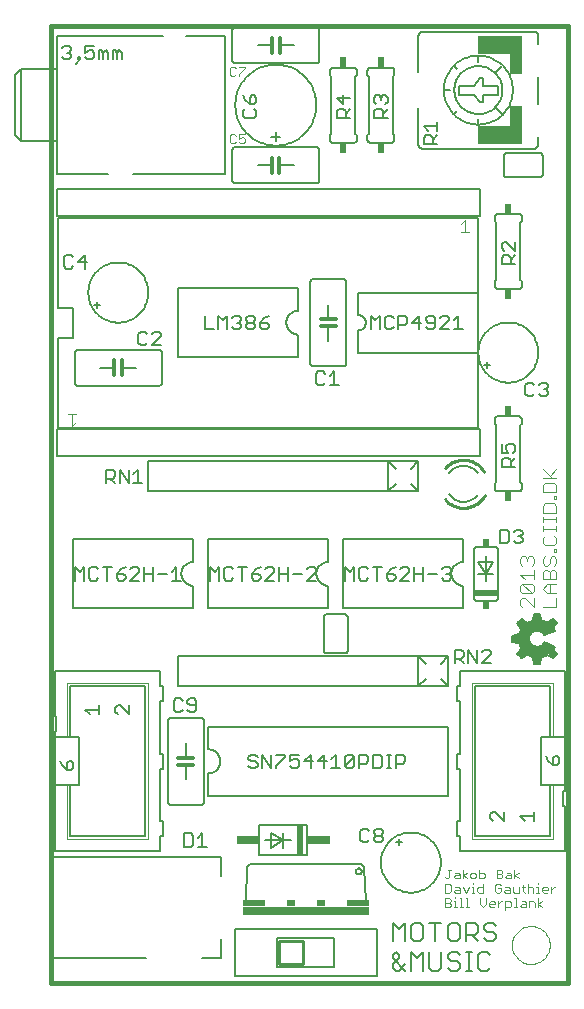
<source format=gto>
G75*
%MOIN*%
%OFA0B0*%
%FSLAX24Y24*%
%IPPOS*%
%LPD*%
%AMOC8*
5,1,8,0,0,1.08239X$1,22.5*
%
%ADD10C,0.0160*%
%ADD11C,0.0000*%
%ADD12C,0.0050*%
%ADD13C,0.0030*%
%ADD14C,0.0040*%
%ADD15C,0.0060*%
%ADD16R,0.0240X0.0340*%
%ADD17C,0.0120*%
%ADD18R,0.0400X0.1250*%
%ADD19R,0.1050X0.0600*%
%ADD20C,0.0080*%
%ADD21C,0.0100*%
%ADD22R,0.4200X0.0300*%
%ADD23R,0.0750X0.0200*%
%ADD24R,0.0300X0.0200*%
%ADD25C,0.0020*%
%ADD26R,0.0200X0.1000*%
%ADD27R,0.0750X0.0300*%
%ADD28R,0.0800X0.0200*%
%ADD29R,0.0200X0.0250*%
D10*
X001330Y000595D02*
X001330Y032466D01*
X018575Y032466D01*
X018575Y000595D01*
X001330Y000595D01*
D11*
X016700Y001845D02*
X016702Y001895D01*
X016708Y001945D01*
X016718Y001994D01*
X016732Y002042D01*
X016749Y002089D01*
X016770Y002134D01*
X016795Y002178D01*
X016823Y002219D01*
X016855Y002258D01*
X016889Y002295D01*
X016926Y002329D01*
X016966Y002359D01*
X017008Y002386D01*
X017052Y002410D01*
X017098Y002431D01*
X017145Y002447D01*
X017193Y002460D01*
X017243Y002469D01*
X017292Y002474D01*
X017343Y002475D01*
X017393Y002472D01*
X017442Y002465D01*
X017491Y002454D01*
X017539Y002439D01*
X017585Y002421D01*
X017630Y002399D01*
X017673Y002373D01*
X017714Y002344D01*
X017753Y002312D01*
X017789Y002277D01*
X017821Y002239D01*
X017851Y002199D01*
X017878Y002156D01*
X017901Y002112D01*
X017920Y002066D01*
X017936Y002018D01*
X017948Y001969D01*
X017956Y001920D01*
X017960Y001870D01*
X017960Y001820D01*
X017956Y001770D01*
X017948Y001721D01*
X017936Y001672D01*
X017920Y001624D01*
X017901Y001578D01*
X017878Y001534D01*
X017851Y001491D01*
X017821Y001451D01*
X017789Y001413D01*
X017753Y001378D01*
X017714Y001346D01*
X017673Y001317D01*
X017630Y001291D01*
X017585Y001269D01*
X017539Y001251D01*
X017491Y001236D01*
X017442Y001225D01*
X017393Y001218D01*
X017343Y001215D01*
X017292Y001216D01*
X017243Y001221D01*
X017193Y001230D01*
X017145Y001243D01*
X017098Y001259D01*
X017052Y001280D01*
X017008Y001304D01*
X016966Y001331D01*
X016926Y001361D01*
X016889Y001395D01*
X016855Y001432D01*
X016823Y001471D01*
X016795Y001512D01*
X016770Y001556D01*
X016749Y001601D01*
X016732Y001648D01*
X016718Y001696D01*
X016708Y001745D01*
X016702Y001795D01*
X016700Y001845D01*
D12*
X016176Y002087D02*
X016074Y001985D01*
X015870Y001985D01*
X015769Y002087D01*
X015568Y001985D02*
X015364Y002189D01*
X015466Y002189D02*
X015161Y002189D01*
X015161Y001985D02*
X015161Y002596D01*
X015466Y002596D01*
X015568Y002494D01*
X015568Y002290D01*
X015466Y002189D01*
X015769Y002392D02*
X015870Y002290D01*
X016074Y002290D01*
X016176Y002189D01*
X016176Y002087D01*
X016176Y002494D02*
X016074Y002596D01*
X015870Y002596D01*
X015769Y002494D01*
X015769Y002392D01*
X015668Y001606D02*
X015566Y001504D01*
X015566Y001097D01*
X015668Y000995D01*
X015871Y000995D01*
X015973Y001097D01*
X015973Y001504D02*
X015871Y001606D01*
X015668Y001606D01*
X015364Y001606D02*
X015161Y001606D01*
X015263Y001606D02*
X015263Y000995D01*
X015364Y000995D02*
X015161Y000995D01*
X014960Y001097D02*
X014858Y000995D01*
X014655Y000995D01*
X014553Y001097D01*
X014352Y001097D02*
X014251Y000995D01*
X014047Y000995D01*
X013945Y001097D01*
X013945Y001606D01*
X013745Y001606D02*
X013745Y000995D01*
X013338Y000995D02*
X013338Y001606D01*
X013541Y001402D01*
X013745Y001606D01*
X013643Y001985D02*
X013439Y001985D01*
X013338Y002087D01*
X013338Y002494D01*
X013439Y002596D01*
X013643Y002596D01*
X013745Y002494D01*
X013745Y002087D01*
X013643Y001985D01*
X014149Y001985D02*
X014149Y002596D01*
X014352Y002596D02*
X013945Y002596D01*
X014553Y002494D02*
X014553Y002087D01*
X014655Y001985D01*
X014858Y001985D01*
X014960Y002087D01*
X014960Y002494D01*
X014858Y002596D01*
X014655Y002596D01*
X014553Y002494D01*
X014655Y001606D02*
X014553Y001504D01*
X014553Y001402D01*
X014655Y001300D01*
X014858Y001300D01*
X014960Y001199D01*
X014960Y001097D01*
X014960Y001504D02*
X014858Y001606D01*
X014655Y001606D01*
X014352Y001606D02*
X014352Y001097D01*
X013137Y001199D02*
X012934Y000995D01*
X012832Y000995D01*
X012730Y001097D01*
X012730Y001199D01*
X012934Y001402D01*
X012934Y001504D01*
X012832Y001606D01*
X012730Y001504D01*
X012730Y001402D01*
X013137Y000995D01*
X013137Y001985D02*
X013137Y002596D01*
X012934Y002392D01*
X012730Y002596D01*
X012730Y001985D01*
X011830Y003295D02*
X011780Y004445D01*
X011680Y004545D01*
X007980Y004545D01*
X007880Y004445D01*
X007830Y003295D01*
X006530Y005120D02*
X006230Y005120D01*
X006380Y005120D02*
X006380Y005570D01*
X006230Y005420D01*
X006070Y005495D02*
X005995Y005570D01*
X005770Y005570D01*
X005770Y005120D01*
X005995Y005120D01*
X006070Y005195D01*
X006070Y005495D01*
X007994Y007745D02*
X007919Y007820D01*
X007994Y007745D02*
X008145Y007745D01*
X008220Y007820D01*
X008220Y007895D01*
X008145Y007970D01*
X007994Y007970D01*
X007919Y008045D01*
X007919Y008120D01*
X007994Y008195D01*
X008145Y008195D01*
X008220Y008120D01*
X008380Y008195D02*
X008680Y007745D01*
X008680Y008195D01*
X008840Y008195D02*
X009140Y008195D01*
X009140Y008120D01*
X008840Y007820D01*
X008840Y007745D01*
X009301Y007820D02*
X009376Y007745D01*
X009526Y007745D01*
X009601Y007820D01*
X009601Y007970D01*
X009526Y008045D01*
X009451Y008045D01*
X009301Y007970D01*
X009301Y008195D01*
X009601Y008195D01*
X009761Y007970D02*
X010061Y007970D01*
X010221Y007970D02*
X010522Y007970D01*
X010682Y008045D02*
X010832Y008195D01*
X010832Y007745D01*
X010682Y007745D02*
X010982Y007745D01*
X011142Y007820D02*
X011142Y008120D01*
X011217Y008195D01*
X011367Y008195D01*
X011442Y008120D01*
X011142Y007820D01*
X011217Y007745D01*
X011367Y007745D01*
X011442Y007820D01*
X011442Y008120D01*
X011603Y008195D02*
X011828Y008195D01*
X011903Y008120D01*
X011903Y007970D01*
X011828Y007895D01*
X011603Y007895D01*
X011603Y007745D02*
X011603Y008195D01*
X012063Y008195D02*
X012063Y007745D01*
X012288Y007745D01*
X012363Y007820D01*
X012363Y008120D01*
X012288Y008195D01*
X012063Y008195D01*
X012523Y008195D02*
X012673Y008195D01*
X012598Y008195D02*
X012598Y007745D01*
X012523Y007745D02*
X012673Y007745D01*
X012830Y007745D02*
X012830Y008195D01*
X013055Y008195D01*
X013130Y008120D01*
X013130Y007970D01*
X013055Y007895D01*
X012830Y007895D01*
X012330Y005720D02*
X012180Y005720D01*
X012105Y005645D01*
X012105Y005570D01*
X012180Y005495D01*
X012330Y005495D01*
X012405Y005420D01*
X012405Y005345D01*
X012330Y005270D01*
X012180Y005270D01*
X012105Y005345D01*
X012105Y005420D01*
X012180Y005495D01*
X012330Y005495D02*
X012405Y005570D01*
X012405Y005645D01*
X012330Y005720D01*
X011945Y005645D02*
X011870Y005720D01*
X011720Y005720D01*
X011645Y005645D01*
X011645Y005345D01*
X011720Y005270D01*
X011870Y005270D01*
X011945Y005345D01*
X011500Y004305D02*
X011502Y004325D01*
X011508Y004343D01*
X011517Y004361D01*
X011529Y004376D01*
X011544Y004388D01*
X011562Y004397D01*
X011580Y004403D01*
X011600Y004405D01*
X011620Y004403D01*
X011638Y004397D01*
X011656Y004388D01*
X011671Y004376D01*
X011683Y004361D01*
X011692Y004343D01*
X011698Y004325D01*
X011700Y004305D01*
X011698Y004285D01*
X011692Y004267D01*
X011683Y004249D01*
X011671Y004234D01*
X011656Y004222D01*
X011638Y004213D01*
X011620Y004207D01*
X011600Y004205D01*
X011580Y004207D01*
X011562Y004213D01*
X011544Y004222D01*
X011529Y004234D01*
X011517Y004249D01*
X011508Y004267D01*
X011502Y004285D01*
X011500Y004305D01*
X010447Y007745D02*
X010447Y008195D01*
X010221Y007970D01*
X009986Y007745D02*
X009986Y008195D01*
X009761Y007970D01*
X008380Y007745D02*
X008380Y008195D01*
X006180Y009695D02*
X006105Y009620D01*
X005955Y009620D01*
X005880Y009695D01*
X005720Y009695D02*
X005645Y009620D01*
X005495Y009620D01*
X005420Y009695D01*
X005420Y009995D01*
X005495Y010070D01*
X005645Y010070D01*
X005720Y009995D01*
X005880Y009995D02*
X005880Y009920D01*
X005955Y009845D01*
X006180Y009845D01*
X006180Y009695D02*
X006180Y009995D01*
X006105Y010070D01*
X005955Y010070D01*
X005880Y009995D01*
X003930Y009835D02*
X003930Y009535D01*
X003630Y009835D01*
X003555Y009835D01*
X003480Y009760D01*
X003480Y009610D01*
X003555Y009535D01*
X002930Y009535D02*
X002930Y009835D01*
X002930Y009685D02*
X002480Y009685D01*
X002630Y009535D01*
X002005Y007985D02*
X001930Y007985D01*
X001855Y007910D01*
X001855Y007685D01*
X002005Y007685D01*
X002080Y007760D01*
X002080Y007910D01*
X002005Y007985D01*
X001705Y007835D02*
X001855Y007685D01*
X001705Y007835D02*
X001630Y007985D01*
X002138Y013995D02*
X002138Y014445D01*
X002289Y014295D01*
X002439Y014445D01*
X002439Y013995D01*
X002599Y014070D02*
X002599Y014370D01*
X002674Y014445D01*
X002824Y014445D01*
X002899Y014370D01*
X003059Y014445D02*
X003359Y014445D01*
X003209Y014445D02*
X003209Y013995D01*
X002899Y014070D02*
X002824Y013995D01*
X002674Y013995D01*
X002599Y014070D01*
X003520Y014070D02*
X003595Y013995D01*
X003745Y013995D01*
X003820Y014070D01*
X003820Y014145D01*
X003745Y014220D01*
X003520Y014220D01*
X003520Y014070D01*
X003520Y014220D02*
X003670Y014370D01*
X003820Y014445D01*
X003980Y014370D02*
X004055Y014445D01*
X004205Y014445D01*
X004280Y014370D01*
X004280Y014295D01*
X003980Y013995D01*
X004280Y013995D01*
X004440Y013995D02*
X004440Y014445D01*
X004440Y014220D02*
X004741Y014220D01*
X004901Y014220D02*
X005201Y014220D01*
X005361Y014295D02*
X005511Y014445D01*
X005511Y013995D01*
X005361Y013995D02*
X005661Y013995D01*
X006638Y013995D02*
X006638Y014445D01*
X006789Y014295D01*
X006939Y014445D01*
X006939Y013995D01*
X007099Y014070D02*
X007174Y013995D01*
X007324Y013995D01*
X007399Y014070D01*
X007399Y014370D02*
X007324Y014445D01*
X007174Y014445D01*
X007099Y014370D01*
X007099Y014070D01*
X007559Y014445D02*
X007859Y014445D01*
X007709Y014445D02*
X007709Y013995D01*
X008020Y014070D02*
X008095Y013995D01*
X008245Y013995D01*
X008320Y014070D01*
X008320Y014145D01*
X008245Y014220D01*
X008020Y014220D01*
X008020Y014070D01*
X008020Y014220D02*
X008170Y014370D01*
X008320Y014445D01*
X008480Y014370D02*
X008555Y014445D01*
X008705Y014445D01*
X008780Y014370D01*
X008780Y014295D01*
X008480Y013995D01*
X008780Y013995D01*
X008940Y013995D02*
X008940Y014445D01*
X008940Y014220D02*
X009241Y014220D01*
X009401Y014220D02*
X009701Y014220D01*
X009861Y014370D02*
X009936Y014445D01*
X010086Y014445D01*
X010161Y014370D01*
X010161Y014295D01*
X009861Y013995D01*
X010161Y013995D01*
X011138Y013995D02*
X011138Y014445D01*
X011289Y014295D01*
X011439Y014445D01*
X011439Y013995D01*
X011599Y014070D02*
X011674Y013995D01*
X011824Y013995D01*
X011899Y014070D01*
X011899Y014370D02*
X011824Y014445D01*
X011674Y014445D01*
X011599Y014370D01*
X011599Y014070D01*
X012059Y014445D02*
X012359Y014445D01*
X012209Y014445D02*
X012209Y013995D01*
X012520Y014070D02*
X012595Y013995D01*
X012745Y013995D01*
X012820Y014070D01*
X012820Y014145D01*
X012745Y014220D01*
X012520Y014220D01*
X012520Y014070D01*
X012520Y014220D02*
X012670Y014370D01*
X012820Y014445D01*
X012980Y014370D02*
X013055Y014445D01*
X013205Y014445D01*
X013280Y014370D01*
X013280Y014295D01*
X012980Y013995D01*
X013280Y013995D01*
X013440Y013995D02*
X013440Y014445D01*
X013440Y014220D02*
X013741Y014220D01*
X013901Y014220D02*
X014201Y014220D01*
X014361Y014070D02*
X014436Y013995D01*
X014586Y013995D01*
X014661Y014070D01*
X014661Y014145D01*
X014586Y014220D01*
X014511Y014220D01*
X014586Y014220D02*
X014661Y014295D01*
X014661Y014370D01*
X014586Y014445D01*
X014436Y014445D01*
X014361Y014370D01*
X013741Y014445D02*
X013741Y013995D01*
X014789Y011695D02*
X015015Y011695D01*
X015090Y011620D01*
X015090Y011470D01*
X015015Y011395D01*
X014789Y011395D01*
X014789Y011245D02*
X014789Y011695D01*
X014940Y011395D02*
X015090Y011245D01*
X015250Y011245D02*
X015250Y011695D01*
X015550Y011245D01*
X015550Y011695D01*
X015710Y011620D02*
X015785Y011695D01*
X015935Y011695D01*
X016010Y011620D01*
X016010Y011545D01*
X015710Y011245D01*
X016010Y011245D01*
X017830Y008145D02*
X017905Y007995D01*
X018055Y007845D01*
X018055Y008070D01*
X018130Y008145D01*
X018205Y008145D01*
X018280Y008070D01*
X018280Y007920D01*
X018205Y007845D01*
X018055Y007845D01*
X017430Y006295D02*
X017430Y005995D01*
X017430Y006145D02*
X016980Y006145D01*
X017130Y005995D01*
X016430Y005995D02*
X016130Y006295D01*
X016055Y006295D01*
X015980Y006220D01*
X015980Y006070D01*
X016055Y005995D01*
X016430Y005995D02*
X016430Y006295D01*
X016520Y015245D02*
X016295Y015245D01*
X016295Y015695D01*
X016520Y015695D01*
X016595Y015620D01*
X016595Y015320D01*
X016520Y015245D01*
X016755Y015320D02*
X016830Y015245D01*
X016980Y015245D01*
X017055Y015320D01*
X017055Y015395D01*
X016980Y015470D01*
X016905Y015470D01*
X016980Y015470D02*
X017055Y015545D01*
X017055Y015620D01*
X016980Y015695D01*
X016830Y015695D01*
X016755Y015620D01*
X016805Y017785D02*
X016355Y017785D01*
X016355Y018010D01*
X016430Y018085D01*
X016580Y018085D01*
X016655Y018010D01*
X016655Y017785D01*
X016655Y017935D02*
X016805Y018085D01*
X016730Y018245D02*
X016805Y018320D01*
X016805Y018470D01*
X016730Y018545D01*
X016580Y018545D01*
X016505Y018470D01*
X016505Y018395D01*
X016580Y018245D01*
X016355Y018245D01*
X016355Y018545D01*
X017220Y020145D02*
X017370Y020145D01*
X017445Y020220D01*
X017605Y020220D02*
X017680Y020145D01*
X017830Y020145D01*
X017905Y020220D01*
X017905Y020295D01*
X017830Y020370D01*
X017755Y020370D01*
X017830Y020370D02*
X017905Y020445D01*
X017905Y020520D01*
X017830Y020595D01*
X017680Y020595D01*
X017605Y020520D01*
X017445Y020520D02*
X017370Y020595D01*
X017220Y020595D01*
X017145Y020520D01*
X017145Y020220D01*
X017220Y020145D01*
X015056Y022370D02*
X014756Y022370D01*
X014906Y022370D02*
X014906Y022820D01*
X014756Y022670D01*
X014596Y022670D02*
X014596Y022745D01*
X014521Y022820D01*
X014371Y022820D01*
X014296Y022745D01*
X014135Y022745D02*
X014135Y022445D01*
X014060Y022370D01*
X013910Y022370D01*
X013835Y022445D01*
X013910Y022595D02*
X014135Y022595D01*
X014135Y022745D02*
X014060Y022820D01*
X013910Y022820D01*
X013835Y022745D01*
X013835Y022670D01*
X013910Y022595D01*
X013675Y022595D02*
X013375Y022595D01*
X013600Y022820D01*
X013600Y022370D01*
X013215Y022595D02*
X013140Y022520D01*
X012914Y022520D01*
X012914Y022370D02*
X012914Y022820D01*
X013140Y022820D01*
X013215Y022745D01*
X013215Y022595D01*
X012754Y022445D02*
X012679Y022370D01*
X012529Y022370D01*
X012454Y022445D01*
X012454Y022745D01*
X012529Y022820D01*
X012679Y022820D01*
X012754Y022745D01*
X012294Y022820D02*
X012294Y022370D01*
X012144Y022670D02*
X012294Y022820D01*
X012144Y022670D02*
X011994Y022820D01*
X011994Y022370D01*
X010780Y020970D02*
X010780Y020520D01*
X010630Y020520D02*
X010930Y020520D01*
X010630Y020820D02*
X010780Y020970D01*
X010470Y020895D02*
X010395Y020970D01*
X010245Y020970D01*
X010170Y020895D01*
X010170Y020595D01*
X010245Y020520D01*
X010395Y020520D01*
X010470Y020595D01*
X008596Y022445D02*
X008596Y022520D01*
X008521Y022595D01*
X008296Y022595D01*
X008296Y022445D01*
X008371Y022370D01*
X008521Y022370D01*
X008596Y022445D01*
X008446Y022745D02*
X008296Y022595D01*
X008135Y022520D02*
X008135Y022445D01*
X008060Y022370D01*
X007910Y022370D01*
X007835Y022445D01*
X007835Y022520D01*
X007910Y022595D01*
X008060Y022595D01*
X008135Y022520D01*
X008060Y022595D02*
X008135Y022670D01*
X008135Y022745D01*
X008060Y022820D01*
X007910Y022820D01*
X007835Y022745D01*
X007835Y022670D01*
X007910Y022595D01*
X007675Y022520D02*
X007675Y022445D01*
X007600Y022370D01*
X007450Y022370D01*
X007375Y022445D01*
X007215Y022370D02*
X007215Y022820D01*
X007065Y022670D01*
X006914Y022820D01*
X006914Y022370D01*
X006754Y022370D02*
X006454Y022370D01*
X006454Y022820D01*
X007375Y022745D02*
X007450Y022820D01*
X007600Y022820D01*
X007675Y022745D01*
X007675Y022670D01*
X007600Y022595D01*
X007675Y022520D01*
X007600Y022595D02*
X007525Y022595D01*
X008446Y022745D02*
X008596Y022820D01*
X005005Y022220D02*
X004930Y022295D01*
X004780Y022295D01*
X004705Y022220D01*
X004545Y022220D02*
X004470Y022295D01*
X004320Y022295D01*
X004245Y022220D01*
X004245Y021920D01*
X004320Y021845D01*
X004470Y021845D01*
X004545Y021920D01*
X004705Y021845D02*
X005005Y022145D01*
X005005Y022220D01*
X005005Y021845D02*
X004705Y021845D01*
X002455Y024395D02*
X002455Y024845D01*
X002230Y024620D01*
X002530Y024620D01*
X002070Y024470D02*
X001995Y024395D01*
X001845Y024395D01*
X001770Y024470D01*
X001770Y024770D01*
X001845Y024845D01*
X001995Y024845D01*
X002070Y024770D01*
X002165Y031220D02*
X002316Y031370D01*
X002240Y031370D01*
X002240Y031445D01*
X002316Y031445D01*
X002316Y031370D01*
X002472Y031445D02*
X002547Y031370D01*
X002698Y031370D01*
X002773Y031445D01*
X002773Y031595D01*
X002698Y031670D01*
X002622Y031670D01*
X002472Y031595D01*
X002472Y031820D01*
X002773Y031820D01*
X002933Y031670D02*
X002933Y031370D01*
X003083Y031370D02*
X003083Y031595D01*
X003158Y031670D01*
X003233Y031595D01*
X003233Y031370D01*
X003393Y031370D02*
X003393Y031670D01*
X003468Y031670D01*
X003543Y031595D01*
X003618Y031670D01*
X003693Y031595D01*
X003693Y031370D01*
X003543Y031370D02*
X003543Y031595D01*
X003083Y031595D02*
X003008Y031670D01*
X002933Y031670D01*
X002005Y031670D02*
X001930Y031595D01*
X002005Y031520D01*
X002005Y031445D01*
X001930Y031370D01*
X001780Y031370D01*
X001705Y031445D01*
X001855Y031595D02*
X001930Y031595D01*
X002005Y031670D02*
X002005Y031745D01*
X001930Y031820D01*
X001780Y031820D01*
X001705Y031745D01*
X007730Y030170D02*
X007805Y030020D01*
X007955Y029870D01*
X007955Y030095D01*
X008030Y030170D01*
X008105Y030170D01*
X008180Y030095D01*
X008180Y029945D01*
X008105Y029870D01*
X007955Y029870D01*
X008105Y029710D02*
X008180Y029635D01*
X008180Y029485D01*
X008105Y029410D01*
X007805Y029410D01*
X007730Y029485D01*
X007730Y029635D01*
X007805Y029710D01*
X010855Y029635D02*
X010855Y029410D01*
X011305Y029410D01*
X011155Y029410D02*
X011155Y029635D01*
X011080Y029710D01*
X010930Y029710D01*
X010855Y029635D01*
X011155Y029560D02*
X011305Y029710D01*
X011080Y029870D02*
X011080Y030170D01*
X011305Y030095D02*
X010855Y030095D01*
X011080Y029870D01*
X012105Y029945D02*
X012180Y029870D01*
X012105Y029945D02*
X012105Y030095D01*
X012180Y030170D01*
X012255Y030170D01*
X012330Y030095D01*
X012405Y030170D01*
X012480Y030170D01*
X012555Y030095D01*
X012555Y029945D01*
X012480Y029870D01*
X012555Y029710D02*
X012405Y029560D01*
X012405Y029635D02*
X012405Y029410D01*
X012555Y029410D02*
X012105Y029410D01*
X012105Y029635D01*
X012180Y029710D01*
X012330Y029710D01*
X012405Y029635D01*
X012330Y030020D02*
X012330Y030095D01*
X013755Y029145D02*
X014205Y029145D01*
X014205Y028995D02*
X014205Y029295D01*
X013905Y028995D02*
X013755Y029145D01*
X013830Y028835D02*
X013755Y028760D01*
X013755Y028535D01*
X014205Y028535D01*
X014055Y028535D02*
X014055Y028760D01*
X013980Y028835D01*
X013830Y028835D01*
X014055Y028685D02*
X014205Y028835D01*
X016430Y025295D02*
X016355Y025220D01*
X016355Y025070D01*
X016430Y024995D01*
X016430Y024835D02*
X016355Y024760D01*
X016355Y024535D01*
X016805Y024535D01*
X016655Y024535D02*
X016655Y024760D01*
X016580Y024835D01*
X016430Y024835D01*
X016655Y024685D02*
X016805Y024835D01*
X016805Y024995D02*
X016505Y025295D01*
X016430Y025295D01*
X016805Y025295D02*
X016805Y024995D01*
X014596Y022670D02*
X014296Y022370D01*
X014596Y022370D01*
X009241Y014445D02*
X009241Y013995D01*
X004741Y013995D02*
X004741Y014445D01*
X004385Y017245D02*
X004085Y017245D01*
X004235Y017245D02*
X004235Y017695D01*
X004085Y017545D01*
X003925Y017695D02*
X003925Y017245D01*
X003625Y017695D01*
X003625Y017245D01*
X003465Y017245D02*
X003315Y017395D01*
X003390Y017395D02*
X003164Y017395D01*
X003164Y017245D02*
X003164Y017695D01*
X003390Y017695D01*
X003465Y017620D01*
X003465Y017470D01*
X003390Y017395D01*
D13*
X002032Y019160D02*
X002032Y019563D01*
X001898Y019563D02*
X002167Y019563D01*
X002167Y019295D02*
X002032Y019160D01*
X007349Y028575D02*
X007300Y028623D01*
X007300Y028817D01*
X007349Y028865D01*
X007445Y028865D01*
X007494Y028817D01*
X007595Y028865D02*
X007595Y028720D01*
X007692Y028768D01*
X007740Y028768D01*
X007788Y028720D01*
X007788Y028623D01*
X007740Y028575D01*
X007643Y028575D01*
X007595Y028623D01*
X007494Y028623D02*
X007445Y028575D01*
X007349Y028575D01*
X007595Y028865D02*
X007788Y028865D01*
X007595Y030825D02*
X007595Y030873D01*
X007788Y031067D01*
X007788Y031115D01*
X007595Y031115D01*
X007494Y031067D02*
X007445Y031115D01*
X007349Y031115D01*
X007300Y031067D01*
X007300Y030873D01*
X007349Y030825D01*
X007445Y030825D01*
X007494Y030873D01*
X014993Y025895D02*
X015128Y026030D01*
X015128Y025627D01*
X015262Y025627D02*
X014993Y025627D01*
X015059Y004360D02*
X015059Y004070D01*
X015059Y004167D02*
X015204Y004263D01*
X015305Y004215D02*
X015305Y004118D01*
X015353Y004070D01*
X015450Y004070D01*
X015498Y004118D01*
X015498Y004215D01*
X015450Y004263D01*
X015353Y004263D01*
X015305Y004215D01*
X015204Y004070D02*
X015059Y004167D01*
X014958Y004167D02*
X014813Y004167D01*
X014765Y004118D01*
X014813Y004070D01*
X014958Y004070D01*
X014958Y004215D01*
X014910Y004263D01*
X014813Y004263D01*
X014663Y004360D02*
X014567Y004360D01*
X014615Y004360D02*
X014615Y004118D01*
X014567Y004070D01*
X014518Y004070D01*
X014470Y004118D01*
X014470Y003880D02*
X014615Y003880D01*
X014663Y003832D01*
X014663Y003638D01*
X014615Y003590D01*
X014470Y003590D01*
X014470Y003880D01*
X014813Y003783D02*
X014910Y003783D01*
X014958Y003735D01*
X014958Y003590D01*
X014813Y003590D01*
X014765Y003638D01*
X014813Y003687D01*
X014958Y003687D01*
X015059Y003783D02*
X015156Y003590D01*
X015253Y003783D01*
X015354Y003783D02*
X015402Y003783D01*
X015402Y003590D01*
X015354Y003590D02*
X015451Y003590D01*
X015550Y003638D02*
X015550Y003735D01*
X015599Y003783D01*
X015744Y003783D01*
X015744Y003880D02*
X015744Y003590D01*
X015599Y003590D01*
X015550Y003638D01*
X015649Y003400D02*
X015649Y003207D01*
X015745Y003110D01*
X015842Y003207D01*
X015842Y003400D01*
X015943Y003255D02*
X015992Y003303D01*
X016088Y003303D01*
X016137Y003255D01*
X016137Y003207D01*
X015943Y003207D01*
X015943Y003255D02*
X015943Y003158D01*
X015992Y003110D01*
X016088Y003110D01*
X016238Y003110D02*
X016238Y003303D01*
X016238Y003207D02*
X016335Y003303D01*
X016383Y003303D01*
X016483Y003303D02*
X016629Y003303D01*
X016677Y003255D01*
X016677Y003158D01*
X016629Y003110D01*
X016483Y003110D01*
X016483Y003013D02*
X016483Y003303D01*
X016483Y003590D02*
X016434Y003638D01*
X016483Y003687D01*
X016628Y003687D01*
X016628Y003735D02*
X016628Y003590D01*
X016483Y003590D01*
X016333Y003638D02*
X016333Y003735D01*
X016236Y003735D01*
X016140Y003638D02*
X016188Y003590D01*
X016285Y003590D01*
X016333Y003638D01*
X016140Y003638D02*
X016140Y003832D01*
X016188Y003880D01*
X016285Y003880D01*
X016333Y003832D01*
X016483Y003783D02*
X016579Y003783D01*
X016628Y003735D01*
X016729Y003783D02*
X016729Y003638D01*
X016777Y003590D01*
X016922Y003590D01*
X016922Y003783D01*
X017024Y003783D02*
X017120Y003783D01*
X017072Y003832D02*
X017072Y003638D01*
X017120Y003590D01*
X017220Y003590D02*
X017220Y003880D01*
X017268Y003783D02*
X017220Y003735D01*
X017268Y003783D02*
X017365Y003783D01*
X017414Y003735D01*
X017414Y003590D01*
X017515Y003590D02*
X017611Y003590D01*
X017563Y003590D02*
X017563Y003783D01*
X017515Y003783D01*
X017563Y003880D02*
X017563Y003929D01*
X017711Y003735D02*
X017711Y003638D01*
X017760Y003590D01*
X017856Y003590D01*
X017905Y003687D02*
X017711Y003687D01*
X017711Y003735D02*
X017760Y003783D01*
X017856Y003783D01*
X017905Y003735D01*
X017905Y003687D01*
X018006Y003687D02*
X018103Y003783D01*
X018151Y003783D01*
X018006Y003783D02*
X018006Y003590D01*
X017709Y003303D02*
X017564Y003207D01*
X017709Y003110D01*
X017564Y003110D02*
X017564Y003400D01*
X017463Y003255D02*
X017414Y003303D01*
X017269Y003303D01*
X017269Y003110D01*
X017168Y003110D02*
X017023Y003110D01*
X016975Y003158D01*
X017023Y003207D01*
X017168Y003207D01*
X017168Y003255D02*
X017168Y003110D01*
X017168Y003255D02*
X017120Y003303D01*
X017023Y003303D01*
X016826Y003400D02*
X016826Y003110D01*
X016778Y003110D02*
X016875Y003110D01*
X016826Y003400D02*
X016778Y003400D01*
X016778Y004070D02*
X016778Y004360D01*
X016923Y004263D02*
X016778Y004167D01*
X016923Y004070D01*
X016677Y004070D02*
X016532Y004070D01*
X016483Y004118D01*
X016532Y004167D01*
X016677Y004167D01*
X016677Y004215D02*
X016677Y004070D01*
X016677Y004215D02*
X016629Y004263D01*
X016532Y004263D01*
X016382Y004263D02*
X016334Y004215D01*
X016189Y004215D01*
X016334Y004215D02*
X016382Y004167D01*
X016382Y004118D01*
X016334Y004070D01*
X016189Y004070D01*
X016189Y004360D01*
X016334Y004360D01*
X016382Y004312D01*
X016382Y004263D01*
X015793Y004215D02*
X015745Y004263D01*
X015599Y004263D01*
X015599Y004360D02*
X015599Y004070D01*
X015745Y004070D01*
X015793Y004118D01*
X015793Y004215D01*
X015402Y003929D02*
X015402Y003880D01*
X015206Y003400D02*
X015206Y003110D01*
X015158Y003110D02*
X015254Y003110D01*
X015058Y003110D02*
X014961Y003110D01*
X015009Y003110D02*
X015009Y003400D01*
X014961Y003400D01*
X014813Y003400D02*
X014813Y003449D01*
X014813Y003303D02*
X014813Y003110D01*
X014765Y003110D02*
X014861Y003110D01*
X014813Y003303D02*
X014765Y003303D01*
X014663Y003303D02*
X014615Y003255D01*
X014470Y003255D01*
X014470Y003110D02*
X014615Y003110D01*
X014663Y003158D01*
X014663Y003207D01*
X014615Y003255D01*
X014663Y003303D02*
X014663Y003352D01*
X014615Y003400D01*
X014470Y003400D01*
X014470Y003110D01*
X015158Y003400D02*
X015206Y003400D01*
X017463Y003255D02*
X017463Y003110D01*
D14*
X017435Y013115D02*
X017128Y013422D01*
X017051Y013422D01*
X016975Y013345D01*
X016975Y013192D01*
X017051Y013115D01*
X017435Y013115D02*
X017435Y013422D01*
X017358Y013575D02*
X017051Y013882D01*
X017358Y013882D01*
X017435Y013806D01*
X017435Y013652D01*
X017358Y013575D01*
X017051Y013575D01*
X016975Y013652D01*
X016975Y013806D01*
X017051Y013882D01*
X017128Y014036D02*
X016975Y014189D01*
X017435Y014189D01*
X017435Y014036D02*
X017435Y014343D01*
X017358Y014496D02*
X017435Y014573D01*
X017435Y014726D01*
X017358Y014803D01*
X017282Y014803D01*
X017205Y014726D01*
X017205Y014650D01*
X017205Y014726D02*
X017128Y014803D01*
X017051Y014803D01*
X016975Y014726D01*
X016975Y014573D01*
X017051Y014496D01*
X017725Y014573D02*
X017801Y014496D01*
X017878Y014496D01*
X017955Y014573D01*
X017955Y014726D01*
X018032Y014803D01*
X018108Y014803D01*
X018185Y014726D01*
X018185Y014573D01*
X018108Y014496D01*
X018108Y014343D02*
X018185Y014266D01*
X018185Y014036D01*
X017725Y014036D01*
X017725Y014266D01*
X017801Y014343D01*
X017878Y014343D01*
X017955Y014266D01*
X017955Y014036D01*
X017955Y013882D02*
X017955Y013575D01*
X017878Y013575D02*
X017725Y013729D01*
X017878Y013882D01*
X018185Y013882D01*
X018185Y013575D02*
X017878Y013575D01*
X017725Y013115D02*
X018185Y013115D01*
X018185Y013422D01*
X017955Y014266D02*
X018032Y014343D01*
X018108Y014343D01*
X017725Y014573D02*
X017725Y014726D01*
X017801Y014803D01*
X017801Y015187D02*
X018108Y015187D01*
X018185Y015263D01*
X018185Y015417D01*
X018108Y015494D01*
X018185Y015647D02*
X018185Y015801D01*
X018185Y015724D02*
X017725Y015724D01*
X017725Y015647D02*
X017725Y015801D01*
X017725Y015954D02*
X017725Y016108D01*
X017725Y016031D02*
X018185Y016031D01*
X018185Y015954D02*
X018185Y016108D01*
X018185Y016261D02*
X018185Y016491D01*
X018108Y016568D01*
X017801Y016568D01*
X017725Y016491D01*
X017725Y016261D01*
X018185Y016261D01*
X018185Y016721D02*
X018185Y016798D01*
X018108Y016798D01*
X018108Y016721D01*
X018185Y016721D01*
X018185Y016952D02*
X018185Y017182D01*
X018108Y017259D01*
X017801Y017259D01*
X017725Y017182D01*
X017725Y016952D01*
X018185Y016952D01*
X018185Y017412D02*
X017725Y017412D01*
X017955Y017489D02*
X018185Y017719D01*
X018032Y017412D02*
X017725Y017719D01*
X017801Y015494D02*
X017725Y015417D01*
X017725Y015263D01*
X017801Y015187D01*
X018108Y015033D02*
X018185Y015033D01*
X018185Y014957D01*
X018108Y014957D01*
X018108Y015033D01*
D15*
X016930Y016970D02*
X016230Y016970D01*
X016213Y016972D01*
X016196Y016976D01*
X016180Y016983D01*
X016166Y016993D01*
X016153Y017006D01*
X016143Y017020D01*
X016136Y017036D01*
X016132Y017053D01*
X016130Y017070D01*
X016130Y017220D01*
X016180Y017270D01*
X016180Y019170D01*
X016130Y019220D01*
X016130Y019370D01*
X016132Y019387D01*
X016136Y019404D01*
X016143Y019420D01*
X016153Y019434D01*
X016166Y019447D01*
X016180Y019457D01*
X016196Y019464D01*
X016213Y019468D01*
X016230Y019470D01*
X016930Y019470D01*
X016947Y019468D01*
X016964Y019464D01*
X016980Y019457D01*
X016994Y019447D01*
X017007Y019434D01*
X017017Y019420D01*
X017024Y019404D01*
X017028Y019387D01*
X017030Y019370D01*
X017030Y019220D01*
X016980Y019170D01*
X016980Y017270D01*
X017030Y017220D01*
X017030Y017070D01*
X017028Y017053D01*
X017024Y017036D01*
X017017Y017020D01*
X017007Y017006D01*
X016994Y016993D01*
X016980Y016983D01*
X016964Y016976D01*
X016947Y016972D01*
X016930Y016970D01*
X016130Y015120D02*
X015530Y015120D01*
X015513Y015118D01*
X015496Y015114D01*
X015480Y015107D01*
X015466Y015097D01*
X015453Y015084D01*
X015443Y015070D01*
X015436Y015054D01*
X015432Y015037D01*
X015430Y015020D01*
X015430Y013420D01*
X015432Y013403D01*
X015436Y013386D01*
X015443Y013370D01*
X015453Y013356D01*
X015466Y013343D01*
X015480Y013333D01*
X015496Y013326D01*
X015513Y013322D01*
X015530Y013320D01*
X016130Y013320D01*
X016147Y013322D01*
X016164Y013326D01*
X016180Y013333D01*
X016194Y013343D01*
X016207Y013356D01*
X016217Y013370D01*
X016224Y013386D01*
X016228Y013403D01*
X016230Y013420D01*
X016230Y015020D01*
X016228Y015037D01*
X016224Y015054D01*
X016217Y015070D01*
X016207Y015084D01*
X016194Y015097D01*
X016180Y015107D01*
X016164Y015114D01*
X016147Y015118D01*
X016130Y015120D01*
X015830Y014820D02*
X015830Y014220D01*
X016080Y014220D01*
X015830Y014220D02*
X015580Y014220D01*
X015830Y014220D02*
X015580Y014620D01*
X016080Y014620D01*
X015830Y014220D01*
X015830Y013970D01*
X015080Y013820D02*
X015080Y013070D01*
X011080Y013070D01*
X011080Y015370D01*
X015080Y015370D01*
X015080Y014620D01*
X015041Y014618D01*
X015002Y014612D01*
X014964Y014603D01*
X014927Y014590D01*
X014891Y014573D01*
X014858Y014553D01*
X014826Y014529D01*
X014797Y014503D01*
X014771Y014474D01*
X014747Y014442D01*
X014727Y014409D01*
X014710Y014373D01*
X014697Y014336D01*
X014688Y014298D01*
X014682Y014259D01*
X014680Y014220D01*
X014682Y014181D01*
X014688Y014142D01*
X014697Y014104D01*
X014710Y014067D01*
X014727Y014031D01*
X014747Y013998D01*
X014771Y013966D01*
X014797Y013937D01*
X014826Y013911D01*
X014858Y013887D01*
X014891Y013867D01*
X014927Y013850D01*
X014964Y013837D01*
X015002Y013828D01*
X015041Y013822D01*
X015080Y013820D01*
X014580Y011470D02*
X013580Y011470D01*
X005580Y011470D01*
X005580Y010470D01*
X013580Y010470D01*
X014580Y010470D01*
X014330Y010720D01*
X014580Y010470D02*
X014580Y011470D01*
X014330Y011220D01*
X013830Y011220D02*
X013580Y011470D01*
X013580Y010470D01*
X013830Y010720D01*
X014855Y010470D02*
X014855Y009970D01*
X014955Y009970D01*
X014955Y008220D01*
X014855Y008220D01*
X014855Y007720D01*
X014955Y007720D01*
X014955Y005970D01*
X014855Y005970D01*
X014855Y005470D01*
X014955Y005470D01*
X014955Y004970D01*
X018455Y004970D01*
X018455Y006470D01*
X018405Y006470D01*
X018405Y006970D01*
X018455Y006970D01*
X018455Y007170D01*
X018055Y007170D01*
X017955Y007170D01*
X017955Y005470D01*
X015455Y005470D01*
X015455Y010470D01*
X017955Y010470D01*
X017955Y008770D01*
X018055Y008770D01*
X018455Y008770D01*
X018455Y007170D01*
X017955Y007170D02*
X017655Y007170D01*
X017655Y008770D01*
X017955Y008770D01*
X018455Y008770D02*
X018455Y010970D01*
X014955Y010970D01*
X014955Y010470D01*
X014855Y010470D01*
X014580Y009120D02*
X014580Y006820D01*
X006580Y006820D01*
X006580Y007570D01*
X006619Y007572D01*
X006658Y007578D01*
X006696Y007587D01*
X006733Y007600D01*
X006769Y007617D01*
X006802Y007637D01*
X006834Y007661D01*
X006863Y007687D01*
X006889Y007716D01*
X006913Y007748D01*
X006933Y007781D01*
X006950Y007817D01*
X006963Y007854D01*
X006972Y007892D01*
X006978Y007931D01*
X006980Y007970D01*
X006978Y008009D01*
X006972Y008048D01*
X006963Y008086D01*
X006950Y008123D01*
X006933Y008159D01*
X006913Y008192D01*
X006889Y008224D01*
X006863Y008253D01*
X006834Y008279D01*
X006802Y008303D01*
X006769Y008323D01*
X006733Y008340D01*
X006696Y008353D01*
X006658Y008362D01*
X006619Y008368D01*
X006580Y008370D01*
X006580Y009120D01*
X014580Y009120D01*
X016705Y011960D02*
X016705Y012150D01*
X016945Y012200D01*
X016959Y012178D02*
X017284Y012178D01*
X017255Y012120D02*
X017255Y011920D01*
X017405Y011770D01*
X017705Y011770D01*
X017805Y011920D01*
X018055Y011770D01*
X018055Y011720D01*
X018155Y011570D01*
X018055Y011470D01*
X017905Y011570D01*
X017655Y011470D01*
X017605Y011270D01*
X017455Y011270D01*
X017455Y011470D01*
X017205Y011570D01*
X017005Y011420D01*
X016905Y011570D01*
X017055Y011720D01*
X016955Y011920D01*
X016755Y011970D01*
X016755Y012120D01*
X016955Y012170D01*
X017055Y012370D01*
X016905Y012570D01*
X017005Y012670D01*
X017205Y012570D01*
X017455Y012670D01*
X017455Y012870D01*
X017605Y012870D01*
X017655Y012620D01*
X017905Y012570D01*
X018055Y012670D01*
X018155Y012570D01*
X018055Y012420D01*
X018105Y012320D01*
X017805Y012220D01*
X017605Y012370D01*
X017355Y012320D01*
X017255Y012120D01*
X016755Y012120D01*
X016755Y012061D02*
X017255Y012061D01*
X017255Y012003D02*
X016755Y012003D01*
X016705Y011960D02*
X016945Y011910D01*
X016972Y011886D02*
X017289Y011886D01*
X017255Y011944D02*
X016859Y011944D01*
X017001Y011827D02*
X017348Y011827D01*
X017701Y011442D02*
X017748Y011457D01*
X017794Y011475D01*
X017838Y011497D01*
X017880Y011522D01*
X017885Y011520D02*
X018065Y011400D01*
X018205Y011540D01*
X018085Y011720D01*
X018125Y011790D01*
X017785Y011940D01*
X017782Y011886D02*
X017862Y011886D01*
X017960Y011827D02*
X017743Y011827D01*
X017019Y011732D02*
X016996Y011774D01*
X016977Y011817D01*
X016960Y011862D01*
X016948Y011908D01*
X017031Y011769D02*
X018055Y011769D01*
X018062Y011710D02*
X017045Y011710D01*
X017015Y011730D02*
X016885Y011540D01*
X017025Y011400D01*
X017215Y011530D01*
X017158Y011535D02*
X016929Y011535D01*
X016928Y011593D02*
X018140Y011593D01*
X018120Y011535D02*
X017958Y011535D01*
X018046Y011476D02*
X018061Y011476D01*
X018101Y011652D02*
X016987Y011652D01*
X016968Y011476D02*
X017080Y011476D01*
X017294Y011535D02*
X017816Y011535D01*
X017670Y011476D02*
X017440Y011476D01*
X017405Y011450D02*
X017445Y011220D01*
X017645Y011220D01*
X017685Y011440D01*
X017642Y011418D02*
X017455Y011418D01*
X017455Y011359D02*
X017627Y011359D01*
X017613Y011301D02*
X017455Y011301D01*
X017883Y012589D02*
X017846Y012611D01*
X017807Y012630D01*
X017767Y012646D01*
X017726Y012659D01*
X017684Y012669D01*
X017685Y012670D02*
X017645Y012890D01*
X017445Y012890D01*
X017405Y012670D01*
X017395Y012646D02*
X017650Y012646D01*
X017638Y012705D02*
X017455Y012705D01*
X017455Y012763D02*
X017626Y012763D01*
X017615Y012822D02*
X017455Y012822D01*
X017249Y012588D02*
X017817Y012588D01*
X017885Y012590D02*
X018065Y012720D01*
X018205Y012580D01*
X018085Y012400D01*
X018125Y012320D01*
X017785Y012180D01*
X017783Y012237D02*
X017855Y012237D01*
X017705Y012295D02*
X018030Y012295D01*
X018088Y012354D02*
X017627Y012354D01*
X017523Y012354D02*
X017047Y012354D01*
X017015Y012380D02*
X016885Y012580D01*
X017025Y012720D01*
X017215Y012580D01*
X017170Y012588D02*
X016923Y012588D01*
X016936Y012529D02*
X018128Y012529D01*
X018137Y012588D02*
X017931Y012588D01*
X018019Y012646D02*
X018079Y012646D01*
X018089Y012471D02*
X016980Y012471D01*
X017023Y012412D02*
X018059Y012412D01*
X017405Y012672D02*
X017365Y012660D01*
X017326Y012645D01*
X017288Y012627D01*
X017252Y012607D01*
X017217Y012585D01*
X017053Y012646D02*
X016981Y012646D01*
X017018Y012295D02*
X017343Y012295D01*
X017313Y012237D02*
X016988Y012237D01*
X017785Y012180D02*
X017769Y012208D01*
X017750Y012235D01*
X017728Y012258D01*
X017703Y012279D01*
X017675Y012297D01*
X017646Y012312D01*
X017615Y012322D01*
X017584Y012330D01*
X017551Y012333D01*
X017519Y012332D01*
X017486Y012328D01*
X017455Y012319D01*
X017425Y012307D01*
X017396Y012292D01*
X017369Y012273D01*
X017345Y012251D01*
X017324Y012227D01*
X017305Y012200D01*
X017290Y012171D01*
X017279Y012140D01*
X017271Y012109D01*
X017267Y012076D01*
X017267Y012044D01*
X017271Y012011D01*
X017279Y011980D01*
X017290Y011949D01*
X017305Y011920D01*
X017324Y011893D01*
X017345Y011869D01*
X017369Y011847D01*
X017396Y011828D01*
X017425Y011813D01*
X017455Y011801D01*
X017486Y011792D01*
X017519Y011788D01*
X017551Y011787D01*
X017584Y011790D01*
X017615Y011798D01*
X017646Y011808D01*
X017675Y011823D01*
X017703Y011841D01*
X017728Y011862D01*
X017750Y011885D01*
X017769Y011912D01*
X017785Y011940D01*
X017403Y011448D02*
X017363Y011459D01*
X017324Y011473D01*
X017287Y011489D01*
X017250Y011508D01*
X017215Y011529D01*
X016944Y012200D02*
X016956Y012246D01*
X016972Y012292D01*
X016992Y012336D01*
X017015Y012379D01*
X015080Y016620D02*
X015033Y016622D01*
X014985Y016628D01*
X014939Y016637D01*
X014893Y016650D01*
X014849Y016666D01*
X014805Y016687D01*
X014764Y016710D01*
X014725Y016736D01*
X014688Y016766D01*
X014653Y016799D01*
X014621Y016834D01*
X014592Y016871D01*
X015080Y017820D02*
X015125Y017818D01*
X015171Y017813D01*
X015215Y017805D01*
X015259Y017793D01*
X015302Y017777D01*
X015344Y017759D01*
X015384Y017737D01*
X015422Y017713D01*
X015458Y017686D01*
X015493Y017656D01*
X015524Y017623D01*
X015554Y017588D01*
X015080Y017820D02*
X015035Y017818D01*
X014989Y017813D01*
X014945Y017805D01*
X014901Y017793D01*
X014858Y017777D01*
X014816Y017759D01*
X014776Y017737D01*
X014738Y017713D01*
X014702Y017686D01*
X014667Y017656D01*
X014636Y017623D01*
X014606Y017588D01*
X015080Y016620D02*
X015126Y016622D01*
X015172Y016627D01*
X015218Y016636D01*
X015263Y016648D01*
X015306Y016664D01*
X015348Y016683D01*
X015389Y016706D01*
X015428Y016731D01*
X015464Y016759D01*
X015499Y016790D01*
X015531Y016824D01*
X015560Y016860D01*
X013580Y016970D02*
X012580Y016970D01*
X012580Y017970D01*
X004580Y017970D01*
X004580Y016970D01*
X012580Y016970D01*
X012830Y017220D01*
X012830Y017720D02*
X012580Y017970D01*
X013580Y017970D01*
X013330Y017720D01*
X013580Y017970D02*
X013580Y016970D01*
X013330Y017220D01*
X010580Y015370D02*
X010580Y014620D01*
X010541Y014618D01*
X010502Y014612D01*
X010464Y014603D01*
X010427Y014590D01*
X010391Y014573D01*
X010358Y014553D01*
X010326Y014529D01*
X010297Y014503D01*
X010271Y014474D01*
X010247Y014442D01*
X010227Y014409D01*
X010210Y014373D01*
X010197Y014336D01*
X010188Y014298D01*
X010182Y014259D01*
X010180Y014220D01*
X010182Y014181D01*
X010188Y014142D01*
X010197Y014104D01*
X010210Y014067D01*
X010227Y014031D01*
X010247Y013998D01*
X010271Y013966D01*
X010297Y013937D01*
X010326Y013911D01*
X010358Y013887D01*
X010391Y013867D01*
X010427Y013850D01*
X010464Y013837D01*
X010502Y013828D01*
X010541Y013822D01*
X010580Y013820D01*
X010580Y013070D01*
X006580Y013070D01*
X006580Y015370D01*
X010580Y015370D01*
X010530Y012870D02*
X011130Y012870D01*
X011147Y012868D01*
X011164Y012864D01*
X011180Y012857D01*
X011194Y012847D01*
X011207Y012834D01*
X011217Y012820D01*
X011224Y012804D01*
X011228Y012787D01*
X011230Y012770D01*
X011230Y011670D01*
X011228Y011653D01*
X011224Y011636D01*
X011217Y011620D01*
X011207Y011606D01*
X011194Y011593D01*
X011180Y011583D01*
X011164Y011576D01*
X011147Y011572D01*
X011130Y011570D01*
X010530Y011570D01*
X010513Y011572D01*
X010496Y011576D01*
X010480Y011583D01*
X010466Y011593D01*
X010453Y011606D01*
X010443Y011620D01*
X010436Y011636D01*
X010432Y011653D01*
X010430Y011670D01*
X010430Y012770D01*
X010432Y012787D01*
X010436Y012804D01*
X010443Y012820D01*
X010453Y012834D01*
X010466Y012847D01*
X010480Y012857D01*
X010496Y012864D01*
X010513Y012868D01*
X010530Y012870D01*
X006430Y009320D02*
X006430Y006620D01*
X006428Y006603D01*
X006424Y006586D01*
X006417Y006570D01*
X006407Y006556D01*
X006394Y006543D01*
X006380Y006533D01*
X006364Y006526D01*
X006347Y006522D01*
X006330Y006520D01*
X005330Y006520D01*
X005313Y006522D01*
X005296Y006526D01*
X005280Y006533D01*
X005266Y006543D01*
X005253Y006556D01*
X005243Y006570D01*
X005236Y006586D01*
X005232Y006603D01*
X005230Y006620D01*
X005230Y009320D01*
X005232Y009337D01*
X005236Y009354D01*
X005243Y009370D01*
X005253Y009384D01*
X005266Y009397D01*
X005280Y009407D01*
X005296Y009414D01*
X005313Y009418D01*
X005330Y009420D01*
X006330Y009420D01*
X006347Y009418D01*
X006364Y009414D01*
X006380Y009407D01*
X006394Y009397D01*
X006407Y009384D01*
X006417Y009370D01*
X006424Y009354D01*
X006428Y009337D01*
X006430Y009320D01*
X005830Y008570D02*
X005830Y008090D01*
X005830Y007840D02*
X005830Y007370D01*
X005055Y007720D02*
X004955Y007720D01*
X004955Y005970D01*
X005055Y005970D01*
X005055Y005470D01*
X004955Y005470D01*
X004955Y004970D01*
X001455Y004970D01*
X001455Y007170D01*
X001855Y007170D01*
X001955Y007170D01*
X001955Y005470D01*
X004455Y005470D01*
X004455Y010470D01*
X001955Y010470D01*
X001955Y008770D01*
X001855Y008770D01*
X001455Y008770D01*
X001455Y008970D01*
X001505Y008970D01*
X001505Y009470D01*
X001455Y009470D01*
X001455Y010970D01*
X004955Y010970D01*
X004955Y010470D01*
X005055Y010470D01*
X005055Y009970D01*
X004955Y009970D01*
X004955Y008220D01*
X005055Y008220D01*
X005055Y007720D01*
X002255Y007170D02*
X002255Y008770D01*
X001955Y008770D01*
X001455Y008770D02*
X001455Y007170D01*
X001955Y007170D02*
X002255Y007170D01*
X002080Y013070D02*
X002080Y015370D01*
X006080Y015370D01*
X006080Y014620D01*
X006041Y014618D01*
X006002Y014612D01*
X005964Y014603D01*
X005927Y014590D01*
X005891Y014573D01*
X005858Y014553D01*
X005826Y014529D01*
X005797Y014503D01*
X005771Y014474D01*
X005747Y014442D01*
X005727Y014409D01*
X005710Y014373D01*
X005697Y014336D01*
X005688Y014298D01*
X005682Y014259D01*
X005680Y014220D01*
X005682Y014181D01*
X005688Y014142D01*
X005697Y014104D01*
X005710Y014067D01*
X005727Y014031D01*
X005747Y013998D01*
X005771Y013966D01*
X005797Y013937D01*
X005826Y013911D01*
X005858Y013887D01*
X005891Y013867D01*
X005927Y013850D01*
X005964Y013837D01*
X006002Y013828D01*
X006041Y013822D01*
X006080Y013820D01*
X006080Y013070D01*
X002080Y013070D01*
X002230Y020495D02*
X004930Y020495D01*
X004947Y020497D01*
X004964Y020501D01*
X004980Y020508D01*
X004994Y020518D01*
X005007Y020531D01*
X005017Y020545D01*
X005024Y020561D01*
X005028Y020578D01*
X005030Y020595D01*
X005030Y021595D01*
X005028Y021612D01*
X005024Y021629D01*
X005017Y021645D01*
X005007Y021659D01*
X004994Y021672D01*
X004980Y021682D01*
X004964Y021689D01*
X004947Y021693D01*
X004930Y021695D01*
X002230Y021695D01*
X002213Y021693D01*
X002196Y021689D01*
X002180Y021682D01*
X002166Y021672D01*
X002153Y021659D01*
X002143Y021645D01*
X002136Y021629D01*
X002132Y021612D01*
X002130Y021595D01*
X002130Y020595D01*
X002132Y020578D01*
X002136Y020561D01*
X002143Y020545D01*
X002153Y020531D01*
X002166Y020518D01*
X002180Y020508D01*
X002196Y020501D01*
X002213Y020497D01*
X002230Y020495D01*
X002980Y021095D02*
X003450Y021095D01*
X003700Y021095D02*
X004180Y021095D01*
X005580Y021445D02*
X005580Y023745D01*
X009580Y023745D01*
X009580Y022995D01*
X009541Y022993D01*
X009502Y022987D01*
X009464Y022978D01*
X009427Y022965D01*
X009391Y022948D01*
X009358Y022928D01*
X009326Y022904D01*
X009297Y022878D01*
X009271Y022849D01*
X009247Y022817D01*
X009227Y022784D01*
X009210Y022748D01*
X009197Y022711D01*
X009188Y022673D01*
X009182Y022634D01*
X009180Y022595D01*
X009182Y022556D01*
X009188Y022517D01*
X009197Y022479D01*
X009210Y022442D01*
X009227Y022406D01*
X009247Y022373D01*
X009271Y022341D01*
X009297Y022312D01*
X009326Y022286D01*
X009358Y022262D01*
X009391Y022242D01*
X009427Y022225D01*
X009464Y022212D01*
X009502Y022203D01*
X009541Y022197D01*
X009580Y022195D01*
X009580Y021445D01*
X005580Y021445D01*
X002580Y023595D02*
X002582Y023658D01*
X002588Y023720D01*
X002598Y023782D01*
X002611Y023844D01*
X002629Y023904D01*
X002650Y023963D01*
X002675Y024021D01*
X002704Y024077D01*
X002736Y024131D01*
X002771Y024183D01*
X002809Y024232D01*
X002851Y024280D01*
X002895Y024324D01*
X002943Y024366D01*
X002992Y024404D01*
X003044Y024439D01*
X003098Y024471D01*
X003154Y024500D01*
X003212Y024525D01*
X003271Y024546D01*
X003331Y024564D01*
X003393Y024577D01*
X003455Y024587D01*
X003517Y024593D01*
X003580Y024595D01*
X003643Y024593D01*
X003705Y024587D01*
X003767Y024577D01*
X003829Y024564D01*
X003889Y024546D01*
X003948Y024525D01*
X004006Y024500D01*
X004062Y024471D01*
X004116Y024439D01*
X004168Y024404D01*
X004217Y024366D01*
X004265Y024324D01*
X004309Y024280D01*
X004351Y024232D01*
X004389Y024183D01*
X004424Y024131D01*
X004456Y024077D01*
X004485Y024021D01*
X004510Y023963D01*
X004531Y023904D01*
X004549Y023844D01*
X004562Y023782D01*
X004572Y023720D01*
X004578Y023658D01*
X004580Y023595D01*
X004578Y023532D01*
X004572Y023470D01*
X004562Y023408D01*
X004549Y023346D01*
X004531Y023286D01*
X004510Y023227D01*
X004485Y023169D01*
X004456Y023113D01*
X004424Y023059D01*
X004389Y023007D01*
X004351Y022958D01*
X004309Y022910D01*
X004265Y022866D01*
X004217Y022824D01*
X004168Y022786D01*
X004116Y022751D01*
X004062Y022719D01*
X004006Y022690D01*
X003948Y022665D01*
X003889Y022644D01*
X003829Y022626D01*
X003767Y022613D01*
X003705Y022603D01*
X003643Y022597D01*
X003580Y022595D01*
X003517Y022597D01*
X003455Y022603D01*
X003393Y022613D01*
X003331Y022626D01*
X003271Y022644D01*
X003212Y022665D01*
X003154Y022690D01*
X003098Y022719D01*
X003044Y022751D01*
X002992Y022786D01*
X002943Y022824D01*
X002895Y022866D01*
X002851Y022910D01*
X002809Y022958D01*
X002771Y023007D01*
X002736Y023059D01*
X002704Y023113D01*
X002675Y023169D01*
X002650Y023227D01*
X002629Y023286D01*
X002611Y023346D01*
X002598Y023408D01*
X002588Y023470D01*
X002582Y023532D01*
X002580Y023595D01*
X002880Y023295D02*
X002880Y023095D01*
X002980Y023195D02*
X002780Y023195D01*
X003230Y027545D02*
X001530Y027545D01*
X001530Y028645D01*
X001530Y031045D01*
X001530Y032145D01*
X005080Y032145D01*
X005830Y032145D02*
X007130Y032145D01*
X007130Y027545D01*
X004080Y027545D01*
X001530Y028645D02*
X000330Y028645D01*
X000330Y031045D01*
X000130Y030845D01*
X000130Y028845D01*
X000330Y028645D01*
X000330Y031045D02*
X001530Y031045D01*
X007380Y031345D02*
X007380Y032345D01*
X007382Y032362D01*
X007386Y032379D01*
X007393Y032395D01*
X007403Y032409D01*
X007416Y032422D01*
X007430Y032432D01*
X007446Y032439D01*
X007463Y032443D01*
X007480Y032445D01*
X010180Y032445D01*
X010197Y032443D01*
X010214Y032439D01*
X010230Y032432D01*
X010244Y032422D01*
X010257Y032409D01*
X010267Y032395D01*
X010274Y032379D01*
X010278Y032362D01*
X010280Y032345D01*
X010280Y031345D01*
X010278Y031328D01*
X010274Y031311D01*
X010267Y031295D01*
X010257Y031281D01*
X010244Y031268D01*
X010230Y031258D01*
X010214Y031251D01*
X010197Y031247D01*
X010180Y031245D01*
X007480Y031245D01*
X007463Y031247D01*
X007446Y031251D01*
X007430Y031258D01*
X007416Y031268D01*
X007403Y031281D01*
X007393Y031295D01*
X007386Y031311D01*
X007382Y031328D01*
X007380Y031345D01*
X008230Y031845D02*
X008710Y031845D01*
X008960Y031845D02*
X009430Y031845D01*
X010630Y030995D02*
X010630Y030845D01*
X010680Y030795D01*
X010680Y028895D01*
X010630Y028845D01*
X010630Y028695D01*
X010632Y028678D01*
X010636Y028661D01*
X010643Y028645D01*
X010653Y028631D01*
X010666Y028618D01*
X010680Y028608D01*
X010696Y028601D01*
X010713Y028597D01*
X010730Y028595D01*
X011430Y028595D01*
X011447Y028597D01*
X011464Y028601D01*
X011480Y028608D01*
X011494Y028618D01*
X011507Y028631D01*
X011517Y028645D01*
X011524Y028661D01*
X011528Y028678D01*
X011530Y028695D01*
X011530Y028845D01*
X011480Y028895D01*
X011480Y030795D01*
X011530Y030845D01*
X011530Y030995D01*
X011528Y031012D01*
X011524Y031029D01*
X011517Y031045D01*
X011507Y031059D01*
X011494Y031072D01*
X011480Y031082D01*
X011464Y031089D01*
X011447Y031093D01*
X011430Y031095D01*
X010730Y031095D01*
X010713Y031093D01*
X010696Y031089D01*
X010680Y031082D01*
X010666Y031072D01*
X010653Y031059D01*
X010643Y031045D01*
X010636Y031029D01*
X010632Y031012D01*
X010630Y030995D01*
X011880Y030995D02*
X011880Y030845D01*
X011930Y030795D01*
X011930Y028895D01*
X011880Y028845D01*
X011880Y028695D01*
X011882Y028678D01*
X011886Y028661D01*
X011893Y028645D01*
X011903Y028631D01*
X011916Y028618D01*
X011930Y028608D01*
X011946Y028601D01*
X011963Y028597D01*
X011980Y028595D01*
X012680Y028595D01*
X012697Y028597D01*
X012714Y028601D01*
X012730Y028608D01*
X012744Y028618D01*
X012757Y028631D01*
X012767Y028645D01*
X012774Y028661D01*
X012778Y028678D01*
X012780Y028695D01*
X012780Y028845D01*
X012730Y028895D01*
X012730Y030795D01*
X012780Y030845D01*
X012780Y030995D01*
X012778Y031012D01*
X012774Y031029D01*
X012767Y031045D01*
X012757Y031059D01*
X012744Y031072D01*
X012730Y031082D01*
X012714Y031089D01*
X012697Y031093D01*
X012680Y031095D01*
X011980Y031095D01*
X011963Y031093D01*
X011946Y031089D01*
X011930Y031082D01*
X011916Y031072D01*
X011903Y031059D01*
X011893Y031045D01*
X011886Y031029D01*
X011882Y031012D01*
X011880Y030995D01*
X013580Y030945D02*
X013580Y032145D01*
X013582Y032168D01*
X013587Y032191D01*
X013596Y032213D01*
X013609Y032233D01*
X013624Y032251D01*
X013642Y032266D01*
X013662Y032279D01*
X013684Y032288D01*
X013707Y032293D01*
X013730Y032295D01*
X017430Y032295D01*
X017453Y032293D01*
X017476Y032288D01*
X017498Y032279D01*
X017518Y032266D01*
X017536Y032251D01*
X017551Y032233D01*
X017564Y032213D01*
X017573Y032191D01*
X017578Y032168D01*
X017580Y032145D01*
X017580Y031895D01*
X017580Y030795D02*
X017580Y029895D01*
X017580Y028795D02*
X017580Y028545D01*
X017578Y028522D01*
X017573Y028499D01*
X017564Y028477D01*
X017551Y028457D01*
X017536Y028439D01*
X017518Y028424D01*
X017498Y028411D01*
X017476Y028402D01*
X017453Y028397D01*
X017430Y028395D01*
X013730Y028395D01*
X013707Y028397D01*
X013684Y028402D01*
X013662Y028411D01*
X013642Y028424D01*
X013624Y028439D01*
X013609Y028457D01*
X013596Y028477D01*
X013587Y028499D01*
X013582Y028522D01*
X013580Y028545D01*
X013580Y029745D01*
X014430Y030345D02*
X014630Y030345D01*
X014930Y030195D02*
X014930Y030495D01*
X015430Y030495D01*
X015630Y030745D01*
X015730Y030745D01*
X015730Y030495D01*
X016230Y030495D01*
X016230Y030195D01*
X015730Y030195D01*
X015730Y029945D01*
X015630Y029945D01*
X015430Y030195D01*
X014930Y030195D01*
X014880Y029645D02*
X014780Y029545D01*
X015580Y029395D02*
X015580Y029195D01*
X016180Y029745D02*
X016380Y029545D01*
X014430Y030345D02*
X014432Y030412D01*
X014438Y030480D01*
X014448Y030547D01*
X014462Y030613D01*
X014479Y030678D01*
X014501Y030742D01*
X014526Y030805D01*
X014555Y030866D01*
X014587Y030925D01*
X014623Y030982D01*
X014662Y031037D01*
X014704Y031090D01*
X014749Y031140D01*
X014797Y031187D01*
X014848Y031232D01*
X014901Y031273D01*
X014957Y031312D01*
X015015Y031347D01*
X015075Y031378D01*
X015136Y031406D01*
X015199Y031430D01*
X015263Y031451D01*
X015329Y031467D01*
X015395Y031480D01*
X015462Y031489D01*
X015529Y031494D01*
X015597Y031495D01*
X015664Y031492D01*
X015731Y031485D01*
X015798Y031474D01*
X015864Y031459D01*
X015929Y031441D01*
X015993Y031418D01*
X016055Y031392D01*
X016116Y031363D01*
X016174Y031329D01*
X016231Y031293D01*
X016286Y031253D01*
X016338Y031210D01*
X016387Y031164D01*
X016434Y031115D01*
X016478Y031064D01*
X016518Y031010D01*
X016556Y030954D01*
X016590Y030895D01*
X016620Y030835D01*
X016647Y030773D01*
X016671Y030710D01*
X016690Y030645D01*
X016706Y030580D01*
X016718Y030513D01*
X016726Y030446D01*
X016730Y030379D01*
X016730Y030311D01*
X016726Y030244D01*
X016718Y030177D01*
X016706Y030110D01*
X016690Y030045D01*
X016671Y029980D01*
X016647Y029917D01*
X016620Y029855D01*
X016590Y029795D01*
X016556Y029736D01*
X016518Y029680D01*
X016478Y029626D01*
X016434Y029575D01*
X016387Y029526D01*
X016338Y029480D01*
X016286Y029437D01*
X016231Y029397D01*
X016174Y029361D01*
X016116Y029327D01*
X016055Y029298D01*
X015993Y029272D01*
X015929Y029249D01*
X015864Y029231D01*
X015798Y029216D01*
X015731Y029205D01*
X015664Y029198D01*
X015597Y029195D01*
X015529Y029196D01*
X015462Y029201D01*
X015395Y029210D01*
X015329Y029223D01*
X015263Y029239D01*
X015199Y029260D01*
X015136Y029284D01*
X015075Y029312D01*
X015015Y029343D01*
X014957Y029378D01*
X014901Y029417D01*
X014848Y029458D01*
X014797Y029503D01*
X014749Y029550D01*
X014704Y029600D01*
X014662Y029653D01*
X014623Y029708D01*
X014587Y029765D01*
X014555Y029824D01*
X014526Y029885D01*
X014501Y029948D01*
X014479Y030012D01*
X014462Y030077D01*
X014448Y030143D01*
X014438Y030210D01*
X014432Y030278D01*
X014430Y030345D01*
X014880Y031045D02*
X014780Y031145D01*
X015580Y031295D02*
X015580Y031495D01*
X016180Y030945D02*
X016380Y031145D01*
X014780Y030345D02*
X014782Y030401D01*
X014788Y030458D01*
X014798Y030513D01*
X014812Y030568D01*
X014829Y030622D01*
X014851Y030674D01*
X014876Y030724D01*
X014904Y030773D01*
X014936Y030820D01*
X014971Y030864D01*
X015009Y030906D01*
X015050Y030945D01*
X015094Y030980D01*
X015140Y031013D01*
X015188Y031042D01*
X015238Y031068D01*
X015290Y031091D01*
X015344Y031109D01*
X015398Y031124D01*
X015453Y031135D01*
X015509Y031142D01*
X015566Y031145D01*
X015622Y031144D01*
X015679Y031139D01*
X015734Y031130D01*
X015789Y031117D01*
X015843Y031100D01*
X015896Y031080D01*
X015947Y031056D01*
X015996Y031028D01*
X016043Y030997D01*
X016088Y030963D01*
X016131Y030925D01*
X016170Y030885D01*
X016207Y030842D01*
X016240Y030797D01*
X016270Y030749D01*
X016297Y030699D01*
X016320Y030648D01*
X016340Y030595D01*
X016356Y030541D01*
X016368Y030485D01*
X016376Y030430D01*
X016380Y030373D01*
X016380Y030317D01*
X016376Y030260D01*
X016368Y030205D01*
X016356Y030149D01*
X016340Y030095D01*
X016320Y030042D01*
X016297Y029991D01*
X016270Y029941D01*
X016240Y029893D01*
X016207Y029848D01*
X016170Y029805D01*
X016131Y029765D01*
X016088Y029727D01*
X016043Y029693D01*
X015996Y029662D01*
X015947Y029634D01*
X015896Y029610D01*
X015843Y029590D01*
X015789Y029573D01*
X015734Y029560D01*
X015679Y029551D01*
X015622Y029546D01*
X015566Y029545D01*
X015509Y029548D01*
X015453Y029555D01*
X015398Y029566D01*
X015344Y029581D01*
X015290Y029599D01*
X015238Y029622D01*
X015188Y029648D01*
X015140Y029677D01*
X015094Y029710D01*
X015050Y029745D01*
X015009Y029784D01*
X014971Y029826D01*
X014936Y029870D01*
X014904Y029917D01*
X014876Y029966D01*
X014851Y030016D01*
X014829Y030068D01*
X014812Y030122D01*
X014798Y030177D01*
X014788Y030232D01*
X014782Y030289D01*
X014780Y030345D01*
X016530Y028245D02*
X017630Y028245D01*
X017647Y028243D01*
X017664Y028239D01*
X017680Y028232D01*
X017694Y028222D01*
X017707Y028209D01*
X017717Y028195D01*
X017724Y028179D01*
X017728Y028162D01*
X017730Y028145D01*
X017730Y027545D01*
X017728Y027528D01*
X017724Y027511D01*
X017717Y027495D01*
X017707Y027481D01*
X017694Y027468D01*
X017680Y027458D01*
X017664Y027451D01*
X017647Y027447D01*
X017630Y027445D01*
X016530Y027445D01*
X016513Y027447D01*
X016496Y027451D01*
X016480Y027458D01*
X016466Y027468D01*
X016453Y027481D01*
X016443Y027495D01*
X016436Y027511D01*
X016432Y027528D01*
X016430Y027545D01*
X016430Y028145D01*
X016432Y028162D01*
X016436Y028179D01*
X016443Y028195D01*
X016453Y028209D01*
X016466Y028222D01*
X016480Y028232D01*
X016496Y028239D01*
X016513Y028243D01*
X016530Y028245D01*
X016230Y026220D02*
X016930Y026220D01*
X016947Y026218D01*
X016964Y026214D01*
X016980Y026207D01*
X016994Y026197D01*
X017007Y026184D01*
X017017Y026170D01*
X017024Y026154D01*
X017028Y026137D01*
X017030Y026120D01*
X017030Y025970D01*
X016980Y025920D01*
X016980Y024020D01*
X017030Y023970D01*
X017030Y023820D01*
X017028Y023803D01*
X017024Y023786D01*
X017017Y023770D01*
X017007Y023756D01*
X016994Y023743D01*
X016980Y023733D01*
X016964Y023726D01*
X016947Y023722D01*
X016930Y023720D01*
X016230Y023720D01*
X016213Y023722D01*
X016196Y023726D01*
X016180Y023733D01*
X016166Y023743D01*
X016153Y023756D01*
X016143Y023770D01*
X016136Y023786D01*
X016132Y023803D01*
X016130Y023820D01*
X016130Y023970D01*
X016180Y024020D01*
X016180Y025920D01*
X016130Y025970D01*
X016130Y026120D01*
X016132Y026137D01*
X016136Y026154D01*
X016143Y026170D01*
X016153Y026184D01*
X016166Y026197D01*
X016180Y026207D01*
X016196Y026214D01*
X016213Y026218D01*
X016230Y026220D01*
X015580Y023595D02*
X011580Y023595D01*
X011580Y022845D01*
X011610Y022843D01*
X011640Y022838D01*
X011669Y022829D01*
X011696Y022816D01*
X011722Y022801D01*
X011746Y022782D01*
X011767Y022761D01*
X011786Y022737D01*
X011801Y022711D01*
X011814Y022684D01*
X011823Y022655D01*
X011828Y022625D01*
X011830Y022595D01*
X011828Y022565D01*
X011823Y022535D01*
X011814Y022506D01*
X011801Y022479D01*
X011786Y022453D01*
X011767Y022429D01*
X011746Y022408D01*
X011722Y022389D01*
X011696Y022374D01*
X011669Y022361D01*
X011640Y022352D01*
X011610Y022347D01*
X011580Y022345D01*
X011580Y021595D01*
X015580Y021595D01*
X015580Y023595D01*
X015580Y021595D02*
X015582Y021658D01*
X015588Y021720D01*
X015598Y021782D01*
X015611Y021844D01*
X015629Y021904D01*
X015650Y021963D01*
X015675Y022021D01*
X015704Y022077D01*
X015736Y022131D01*
X015771Y022183D01*
X015809Y022232D01*
X015851Y022280D01*
X015895Y022324D01*
X015943Y022366D01*
X015992Y022404D01*
X016044Y022439D01*
X016098Y022471D01*
X016154Y022500D01*
X016212Y022525D01*
X016271Y022546D01*
X016331Y022564D01*
X016393Y022577D01*
X016455Y022587D01*
X016517Y022593D01*
X016580Y022595D01*
X016643Y022593D01*
X016705Y022587D01*
X016767Y022577D01*
X016829Y022564D01*
X016889Y022546D01*
X016948Y022525D01*
X017006Y022500D01*
X017062Y022471D01*
X017116Y022439D01*
X017168Y022404D01*
X017217Y022366D01*
X017265Y022324D01*
X017309Y022280D01*
X017351Y022232D01*
X017389Y022183D01*
X017424Y022131D01*
X017456Y022077D01*
X017485Y022021D01*
X017510Y021963D01*
X017531Y021904D01*
X017549Y021844D01*
X017562Y021782D01*
X017572Y021720D01*
X017578Y021658D01*
X017580Y021595D01*
X017578Y021532D01*
X017572Y021470D01*
X017562Y021408D01*
X017549Y021346D01*
X017531Y021286D01*
X017510Y021227D01*
X017485Y021169D01*
X017456Y021113D01*
X017424Y021059D01*
X017389Y021007D01*
X017351Y020958D01*
X017309Y020910D01*
X017265Y020866D01*
X017217Y020824D01*
X017168Y020786D01*
X017116Y020751D01*
X017062Y020719D01*
X017006Y020690D01*
X016948Y020665D01*
X016889Y020644D01*
X016829Y020626D01*
X016767Y020613D01*
X016705Y020603D01*
X016643Y020597D01*
X016580Y020595D01*
X016517Y020597D01*
X016455Y020603D01*
X016393Y020613D01*
X016331Y020626D01*
X016271Y020644D01*
X016212Y020665D01*
X016154Y020690D01*
X016098Y020719D01*
X016044Y020751D01*
X015992Y020786D01*
X015943Y020824D01*
X015895Y020866D01*
X015851Y020910D01*
X015809Y020958D01*
X015771Y021007D01*
X015736Y021059D01*
X015704Y021113D01*
X015675Y021169D01*
X015650Y021227D01*
X015629Y021286D01*
X015611Y021346D01*
X015598Y021408D01*
X015588Y021470D01*
X015582Y021532D01*
X015580Y021595D01*
X015880Y021295D02*
X015880Y021095D01*
X015980Y021195D02*
X015780Y021195D01*
X011180Y021245D02*
X011180Y023945D01*
X011178Y023962D01*
X011174Y023979D01*
X011167Y023995D01*
X011157Y024009D01*
X011144Y024022D01*
X011130Y024032D01*
X011114Y024039D01*
X011097Y024043D01*
X011080Y024045D01*
X010080Y024045D01*
X010063Y024043D01*
X010046Y024039D01*
X010030Y024032D01*
X010016Y024022D01*
X010003Y024009D01*
X009993Y023995D01*
X009986Y023979D01*
X009982Y023962D01*
X009980Y023945D01*
X009980Y021245D01*
X009982Y021228D01*
X009986Y021211D01*
X009993Y021195D01*
X010003Y021181D01*
X010016Y021168D01*
X010030Y021158D01*
X010046Y021151D01*
X010063Y021147D01*
X010080Y021145D01*
X011080Y021145D01*
X011097Y021147D01*
X011114Y021151D01*
X011130Y021158D01*
X011144Y021168D01*
X011157Y021181D01*
X011167Y021195D01*
X011174Y021211D01*
X011178Y021228D01*
X011180Y021245D01*
X010580Y021995D02*
X010580Y022475D01*
X010580Y022725D02*
X010580Y023195D01*
X010180Y027245D02*
X007480Y027245D01*
X007463Y027247D01*
X007446Y027251D01*
X007430Y027258D01*
X007416Y027268D01*
X007403Y027281D01*
X007393Y027295D01*
X007386Y027311D01*
X007382Y027328D01*
X007380Y027345D01*
X007380Y028345D01*
X007382Y028362D01*
X007386Y028379D01*
X007393Y028395D01*
X007403Y028409D01*
X007416Y028422D01*
X007430Y028432D01*
X007446Y028439D01*
X007463Y028443D01*
X007480Y028445D01*
X010180Y028445D01*
X010197Y028443D01*
X010214Y028439D01*
X010230Y028432D01*
X010244Y028422D01*
X010257Y028409D01*
X010267Y028395D01*
X010274Y028379D01*
X010278Y028362D01*
X010280Y028345D01*
X010280Y027345D01*
X010278Y027328D01*
X010274Y027311D01*
X010267Y027295D01*
X010257Y027281D01*
X010244Y027268D01*
X010230Y027258D01*
X010214Y027251D01*
X010197Y027247D01*
X010180Y027245D01*
X009430Y027845D02*
X008950Y027845D01*
X008700Y027845D02*
X008230Y027845D01*
X008830Y028645D02*
X008830Y028945D01*
X008980Y028795D02*
X008680Y028795D01*
X007480Y029845D02*
X007482Y029918D01*
X007488Y029991D01*
X007498Y030063D01*
X007512Y030135D01*
X007529Y030206D01*
X007551Y030276D01*
X007576Y030345D01*
X007605Y030412D01*
X007637Y030477D01*
X007673Y030541D01*
X007713Y030603D01*
X007755Y030662D01*
X007801Y030719D01*
X007850Y030773D01*
X007902Y030825D01*
X007956Y030874D01*
X008013Y030920D01*
X008072Y030962D01*
X008134Y031002D01*
X008198Y031038D01*
X008263Y031070D01*
X008330Y031099D01*
X008399Y031124D01*
X008469Y031146D01*
X008540Y031163D01*
X008612Y031177D01*
X008684Y031187D01*
X008757Y031193D01*
X008830Y031195D01*
X008903Y031193D01*
X008976Y031187D01*
X009048Y031177D01*
X009120Y031163D01*
X009191Y031146D01*
X009261Y031124D01*
X009330Y031099D01*
X009397Y031070D01*
X009462Y031038D01*
X009526Y031002D01*
X009588Y030962D01*
X009647Y030920D01*
X009704Y030874D01*
X009758Y030825D01*
X009810Y030773D01*
X009859Y030719D01*
X009905Y030662D01*
X009947Y030603D01*
X009987Y030541D01*
X010023Y030477D01*
X010055Y030412D01*
X010084Y030345D01*
X010109Y030276D01*
X010131Y030206D01*
X010148Y030135D01*
X010162Y030063D01*
X010172Y029991D01*
X010178Y029918D01*
X010180Y029845D01*
X010178Y029772D01*
X010172Y029699D01*
X010162Y029627D01*
X010148Y029555D01*
X010131Y029484D01*
X010109Y029414D01*
X010084Y029345D01*
X010055Y029278D01*
X010023Y029213D01*
X009987Y029149D01*
X009947Y029087D01*
X009905Y029028D01*
X009859Y028971D01*
X009810Y028917D01*
X009758Y028865D01*
X009704Y028816D01*
X009647Y028770D01*
X009588Y028728D01*
X009526Y028688D01*
X009462Y028652D01*
X009397Y028620D01*
X009330Y028591D01*
X009261Y028566D01*
X009191Y028544D01*
X009120Y028527D01*
X009048Y028513D01*
X008976Y028503D01*
X008903Y028497D01*
X008830Y028495D01*
X008757Y028497D01*
X008684Y028503D01*
X008612Y028513D01*
X008540Y028527D01*
X008469Y028544D01*
X008399Y028566D01*
X008330Y028591D01*
X008263Y028620D01*
X008198Y028652D01*
X008134Y028688D01*
X008072Y028728D01*
X008013Y028770D01*
X007956Y028816D01*
X007902Y028865D01*
X007850Y028917D01*
X007801Y028971D01*
X007755Y029028D01*
X007713Y029087D01*
X007673Y029149D01*
X007637Y029213D01*
X007605Y029278D01*
X007576Y029345D01*
X007551Y029414D01*
X007529Y029484D01*
X007512Y029555D01*
X007498Y029627D01*
X007488Y029699D01*
X007482Y029772D01*
X007480Y029845D01*
X008280Y005845D02*
X008280Y004845D01*
X009880Y004845D01*
X009880Y005845D01*
X008280Y005845D01*
X008480Y005345D02*
X009080Y005345D01*
X009080Y005595D01*
X009080Y005345D02*
X009080Y005095D01*
X009080Y005345D02*
X008680Y005095D01*
X008680Y005595D01*
X009080Y005345D01*
X009330Y005345D01*
X007468Y002382D02*
X007468Y000808D01*
X012192Y000808D01*
X012192Y002382D01*
X007468Y002382D01*
X008885Y002067D02*
X008885Y001123D01*
X010775Y001123D01*
X010775Y002067D01*
X008885Y002067D01*
X012830Y005295D02*
X013030Y005295D01*
X012930Y005195D02*
X012930Y005395D01*
X012330Y004595D02*
X012332Y004658D01*
X012338Y004720D01*
X012348Y004782D01*
X012361Y004844D01*
X012379Y004904D01*
X012400Y004963D01*
X012425Y005021D01*
X012454Y005077D01*
X012486Y005131D01*
X012521Y005183D01*
X012559Y005232D01*
X012601Y005280D01*
X012645Y005324D01*
X012693Y005366D01*
X012742Y005404D01*
X012794Y005439D01*
X012848Y005471D01*
X012904Y005500D01*
X012962Y005525D01*
X013021Y005546D01*
X013081Y005564D01*
X013143Y005577D01*
X013205Y005587D01*
X013267Y005593D01*
X013330Y005595D01*
X013393Y005593D01*
X013455Y005587D01*
X013517Y005577D01*
X013579Y005564D01*
X013639Y005546D01*
X013698Y005525D01*
X013756Y005500D01*
X013812Y005471D01*
X013866Y005439D01*
X013918Y005404D01*
X013967Y005366D01*
X014015Y005324D01*
X014059Y005280D01*
X014101Y005232D01*
X014139Y005183D01*
X014174Y005131D01*
X014206Y005077D01*
X014235Y005021D01*
X014260Y004963D01*
X014281Y004904D01*
X014299Y004844D01*
X014312Y004782D01*
X014322Y004720D01*
X014328Y004658D01*
X014330Y004595D01*
X014328Y004532D01*
X014322Y004470D01*
X014312Y004408D01*
X014299Y004346D01*
X014281Y004286D01*
X014260Y004227D01*
X014235Y004169D01*
X014206Y004113D01*
X014174Y004059D01*
X014139Y004007D01*
X014101Y003958D01*
X014059Y003910D01*
X014015Y003866D01*
X013967Y003824D01*
X013918Y003786D01*
X013866Y003751D01*
X013812Y003719D01*
X013756Y003690D01*
X013698Y003665D01*
X013639Y003644D01*
X013579Y003626D01*
X013517Y003613D01*
X013455Y003603D01*
X013393Y003597D01*
X013330Y003595D01*
X013267Y003597D01*
X013205Y003603D01*
X013143Y003613D01*
X013081Y003626D01*
X013021Y003644D01*
X012962Y003665D01*
X012904Y003690D01*
X012848Y003719D01*
X012794Y003751D01*
X012742Y003786D01*
X012693Y003824D01*
X012645Y003866D01*
X012601Y003910D01*
X012559Y003958D01*
X012521Y004007D01*
X012486Y004059D01*
X012454Y004113D01*
X012425Y004169D01*
X012400Y004227D01*
X012379Y004286D01*
X012361Y004346D01*
X012348Y004408D01*
X012338Y004470D01*
X012332Y004532D01*
X012330Y004595D01*
D16*
X016580Y016800D03*
X016580Y019640D03*
X016580Y023550D03*
X016580Y026390D03*
X012330Y028425D03*
X011080Y028425D03*
X011080Y031265D03*
X012330Y031265D03*
D17*
X008960Y031595D02*
X008960Y031845D01*
X008960Y032095D01*
X008710Y032095D02*
X008710Y031845D01*
X008710Y031595D01*
X008700Y028095D02*
X008700Y027845D01*
X008700Y027595D01*
X008950Y027595D02*
X008950Y027845D01*
X008950Y028095D01*
X010330Y022725D02*
X010580Y022725D01*
X010830Y022725D01*
X010830Y022475D02*
X010580Y022475D01*
X010330Y022475D01*
X003700Y021345D02*
X003700Y021095D01*
X003700Y020845D01*
X003450Y020845D02*
X003450Y021095D01*
X003450Y021345D01*
X005580Y008090D02*
X005830Y008090D01*
X006080Y008090D01*
X006080Y007840D02*
X005830Y007840D01*
X005580Y007840D01*
D18*
X016830Y029170D03*
X016830Y031520D03*
D19*
X016105Y031845D03*
X016105Y028845D03*
D20*
X015631Y027050D02*
X015631Y026140D01*
X001529Y026140D01*
X001529Y027050D01*
X015631Y027050D01*
X015580Y026095D02*
X015580Y019095D01*
X001580Y019095D01*
X001580Y022095D01*
X002080Y022095D01*
X002080Y023095D01*
X001580Y023095D01*
X001580Y026095D01*
X015580Y026095D01*
X015631Y019050D02*
X015631Y018140D01*
X001529Y018140D01*
X001529Y019050D01*
X015631Y019050D01*
X006990Y004788D02*
X006990Y004158D01*
X006990Y004788D02*
X001361Y004788D01*
X001361Y001402D01*
X004490Y001402D01*
X006361Y001402D02*
X006990Y001402D01*
X006990Y002032D01*
D21*
X008944Y001989D02*
X008944Y001201D01*
X009732Y001201D01*
X009732Y001989D01*
X008944Y001989D01*
X015080Y016420D02*
X015134Y016422D01*
X015188Y016427D01*
X015241Y016436D01*
X015294Y016449D01*
X015345Y016465D01*
X015395Y016485D01*
X015444Y016508D01*
X015492Y016534D01*
X015537Y016563D01*
X015580Y016596D01*
X015621Y016631D01*
X015660Y016669D01*
X015696Y016709D01*
X015729Y016752D01*
X015759Y016797D01*
X015786Y016844D01*
X015775Y017617D02*
X015745Y017665D01*
X015712Y017710D01*
X015676Y017753D01*
X015638Y017794D01*
X015596Y017831D01*
X015552Y017866D01*
X015506Y017897D01*
X015457Y017926D01*
X015407Y017950D01*
X015355Y017971D01*
X015301Y017989D01*
X015247Y018002D01*
X015192Y018012D01*
X015136Y018018D01*
X015080Y018020D01*
X015027Y018018D01*
X014973Y018013D01*
X014921Y018004D01*
X014869Y017992D01*
X014818Y017976D01*
X014768Y017957D01*
X014719Y017934D01*
X014672Y017908D01*
X014627Y017880D01*
X014584Y017848D01*
X014544Y017814D01*
X014505Y017776D01*
X014469Y017737D01*
X014465Y016708D02*
X014501Y016668D01*
X014540Y016630D01*
X014581Y016595D01*
X014624Y016563D01*
X014669Y016533D01*
X014716Y016507D01*
X014765Y016485D01*
X014816Y016465D01*
X014867Y016449D01*
X014919Y016436D01*
X014973Y016427D01*
X015026Y016422D01*
X015080Y016420D01*
D22*
X009830Y002995D03*
D23*
X008105Y003245D03*
X011555Y003245D03*
D24*
X010330Y003245D03*
X009330Y003245D03*
D25*
X004555Y005370D02*
X004555Y010570D01*
X001855Y010570D01*
X001855Y008770D01*
X001855Y007170D02*
X001855Y005370D01*
X004555Y005370D01*
X015355Y005370D02*
X018055Y005370D01*
X018055Y007170D01*
X018055Y008770D02*
X018055Y010570D01*
X015355Y010570D01*
X015355Y005370D01*
D26*
X009630Y005345D03*
D27*
X010255Y005345D03*
X007905Y005345D03*
D28*
X015830Y013570D03*
D29*
X015830Y013195D03*
X015830Y015245D03*
M02*

</source>
